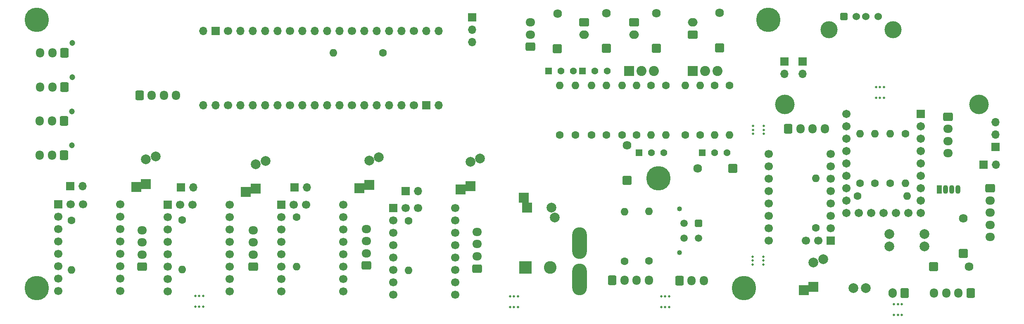
<source format=gbr>
%TF.GenerationSoftware,KiCad,Pcbnew,9.0.0*%
%TF.CreationDate,2025-05-04T19:05:18+10:00*%
%TF.ProjectId,CombinedMBTHB,436f6d62-696e-4656-944d-425448422e6b,rev?*%
%TF.SameCoordinates,Original*%
%TF.FileFunction,Soldermask,Top*%
%TF.FilePolarity,Negative*%
%FSLAX46Y46*%
G04 Gerber Fmt 4.6, Leading zero omitted, Abs format (unit mm)*
G04 Created by KiCad (PCBNEW 9.0.0) date 2025-05-04 19:05:18*
%MOMM*%
%LPD*%
G01*
G04 APERTURE LIST*
G04 Aperture macros list*
%AMRoundRect*
0 Rectangle with rounded corners*
0 $1 Rounding radius*
0 $2 $3 $4 $5 $6 $7 $8 $9 X,Y pos of 4 corners*
0 Add a 4 corners polygon primitive as box body*
4,1,4,$2,$3,$4,$5,$6,$7,$8,$9,$2,$3,0*
0 Add four circle primitives for the rounded corners*
1,1,$1+$1,$2,$3*
1,1,$1+$1,$4,$5*
1,1,$1+$1,$6,$7*
1,1,$1+$1,$8,$9*
0 Add four rect primitives between the rounded corners*
20,1,$1+$1,$2,$3,$4,$5,0*
20,1,$1+$1,$4,$5,$6,$7,0*
20,1,$1+$1,$6,$7,$8,$9,0*
20,1,$1+$1,$8,$9,$2,$3,0*%
G04 Aperture macros list end*
%ADD10C,0.500000*%
%ADD11O,1.700000X1.950000*%
%ADD12RoundRect,0.250000X-0.600000X-0.725000X0.600000X-0.725000X0.600000X0.725000X-0.600000X0.725000X0*%
%ADD13O,1.070000X1.800000*%
%ADD14R,1.070000X1.800000*%
%ADD15O,1.950000X1.700000*%
%ADD16RoundRect,0.250000X-0.725000X0.600000X-0.725000X-0.600000X0.725000X-0.600000X0.725000X0.600000X0*%
%ADD17RoundRect,0.250000X0.600000X0.725000X-0.600000X0.725000X-0.600000X-0.725000X0.600000X-0.725000X0*%
%ADD18O,1.600000X1.600000*%
%ADD19C,1.600000*%
%ADD20C,1.712000*%
%ADD21RoundRect,0.102000X-0.754000X-0.754000X0.754000X-0.754000X0.754000X0.754000X-0.754000X0.754000X0*%
%ADD22C,4.000000*%
%ADD23O,1.700000X2.000000*%
%ADD24RoundRect,0.250000X0.600000X0.750000X-0.600000X0.750000X-0.600000X-0.750000X0.600000X-0.750000X0*%
%ADD25C,2.000000*%
%ADD26O,1.700000X1.700000*%
%ADD27R,1.700000X1.700000*%
%ADD28R,2.000000X2.000000*%
%ADD29C,1.794000*%
%ADD30RoundRect,0.102000X-0.795000X-0.795000X0.795000X-0.795000X0.795000X0.795000X-0.795000X0.795000X0*%
%ADD31C,1.700000*%
%ADD32RoundRect,0.102000X0.795000X-0.795000X0.795000X0.795000X-0.795000X0.795000X-0.795000X-0.795000X0*%
%ADD33RoundRect,0.250000X0.725000X-0.600000X0.725000X0.600000X-0.725000X0.600000X-0.725000X-0.600000X0*%
%ADD34C,5.000000*%
%ADD35O,3.000000X6.500000*%
%ADD36C,1.200000*%
%ADD37RoundRect,0.250000X-0.750000X0.600000X-0.750000X-0.600000X0.750000X-0.600000X0.750000X0.600000X0*%
%ADD38O,2.000000X1.700000*%
%ADD39C,1.020000*%
%ADD40RoundRect,0.250001X-0.499999X0.499999X-0.499999X-0.499999X0.499999X-0.499999X0.499999X0.499999X0*%
%ADD41C,1.500000*%
%ADD42RoundRect,0.102000X0.795000X0.795000X-0.795000X0.795000X-0.795000X-0.795000X0.795000X-0.795000X0*%
%ADD43RoundRect,0.102000X-0.614000X-0.614000X0.614000X-0.614000X0.614000X0.614000X-0.614000X0.614000X0*%
%ADD44C,1.432000*%
%ADD45RoundRect,0.102000X-0.925000X-0.925000X0.925000X-0.925000X0.925000X0.925000X-0.925000X0.925000X0*%
%ADD46C,2.054000*%
%ADD47RoundRect,0.250000X0.750000X-0.600000X0.750000X0.600000X-0.750000X0.600000X-0.750000X-0.600000X0*%
%ADD48R,2.600000X2.600000*%
%ADD49C,2.600000*%
%ADD50RoundRect,0.250000X-0.512000X-0.512000X0.512000X-0.512000X0.512000X0.512000X-0.512000X0.512000X0*%
%ADD51C,1.524000*%
%ADD52C,3.500000*%
G04 APERTURE END LIST*
D10*
%TO.C,mouse-bite-2.54mm-slot*%
X244900000Y-107300000D03*
X244900000Y-105100000D03*
X244100000Y-107300000D03*
X244100000Y-105100000D03*
X243300000Y-107300000D03*
X243300000Y-105100000D03*
%TD*%
%TO.C,mouse-bite-2.54mm-slot*%
X101700000Y-105600000D03*
X101700000Y-103400000D03*
X100900000Y-105600000D03*
X100900000Y-103400000D03*
X100100000Y-105600000D03*
X100100000Y-103400000D03*
%TD*%
%TO.C,mouse-bite-2.54mm-slot*%
X166200000Y-105700000D03*
X166200000Y-103500000D03*
X165400000Y-105700000D03*
X165400000Y-103500000D03*
X164600000Y-105700000D03*
X164600000Y-103500000D03*
%TD*%
%TO.C,mouse-bite-2.54mm-slot*%
X197200000Y-105700000D03*
X197200000Y-103500000D03*
X196400000Y-105700000D03*
X196400000Y-103500000D03*
X195600000Y-105700000D03*
X195600000Y-103500000D03*
%TD*%
%TO.C,mouse-bite-2.54mm-slot*%
X214300000Y-96900000D03*
X216500000Y-96900000D03*
X214300000Y-96100000D03*
X216500000Y-96100000D03*
X214300000Y-95300000D03*
X216500000Y-95300000D03*
%TD*%
%TO.C,mouse-bite-2.54mm-slot*%
X214400000Y-70100000D03*
X216600000Y-70100000D03*
X214400000Y-69300000D03*
X216600000Y-69300000D03*
X214400000Y-68500000D03*
X216600000Y-68500000D03*
%TD*%
%TO.C,mouse-bite-2.54mm-slot*%
X240400000Y-60500000D03*
X240400000Y-62700000D03*
X241200000Y-60500000D03*
X239600000Y-60500000D03*
X239600000Y-62700000D03*
X241200000Y-62700000D03*
%TD*%
D11*
%TO.C,EXM1*%
X229100000Y-69100000D03*
X226600000Y-69100000D03*
X224100000Y-69100000D03*
D12*
X221600000Y-69100000D03*
%TD*%
D13*
%TO.C,D1*%
X256370000Y-81550000D03*
X255100000Y-81550000D03*
X253830000Y-81550000D03*
D14*
X252560000Y-81550000D03*
%TD*%
D15*
%TO.C,J2*%
X254400000Y-74100000D03*
X254400000Y-71600000D03*
X254400000Y-69100000D03*
D16*
X254400000Y-66600000D03*
%TD*%
D11*
%TO.C,J9*%
X251500000Y-102800000D03*
X254000000Y-102800000D03*
X256500000Y-102800000D03*
D17*
X259000000Y-102800000D03*
%TD*%
D18*
%TO.C,R3*%
X245980000Y-82900000D03*
D19*
X235820000Y-82900000D03*
%TD*%
D18*
%TO.C,R1*%
X245600000Y-80280000D03*
D19*
X245600000Y-70120000D03*
%TD*%
D20*
%TO.C,RPZERO1*%
X233500000Y-66040000D03*
X233500000Y-68580000D03*
X233500000Y-71120000D03*
X233500000Y-73660000D03*
X233500000Y-76200000D03*
X233500000Y-78740000D03*
X233500000Y-81280000D03*
X233500000Y-83820000D03*
X233500000Y-86360000D03*
X236040000Y-86360000D03*
X238580000Y-86360000D03*
X241120000Y-86360000D03*
X243660000Y-86360000D03*
X246200000Y-86360000D03*
X248740000Y-86360000D03*
X248740000Y-83820000D03*
X248740000Y-81280000D03*
X248740000Y-78740000D03*
X248740000Y-76200000D03*
X248740000Y-73660000D03*
X248740000Y-71120000D03*
X248740000Y-68580000D03*
D21*
X248740000Y-66040000D03*
%TD*%
D22*
%TO.C,H2*%
X260700000Y-64050000D03*
%TD*%
D18*
%TO.C,R2*%
X242500000Y-70140000D03*
D19*
X242500000Y-80300000D03*
%TD*%
D23*
%TO.C,J1*%
X243000000Y-102800000D03*
D24*
X245500000Y-102800000D03*
%TD*%
D25*
%TO.C,J5*%
X234986107Y-101800000D03*
X237500707Y-101800000D03*
%TD*%
D15*
%TO.C,J8*%
X263000000Y-91300000D03*
X263000000Y-88800000D03*
X263000000Y-86300000D03*
X263000000Y-83800000D03*
D16*
X263000000Y-81300000D03*
%TD*%
D26*
%TO.C,J4*%
X264140000Y-76450000D03*
D27*
X261600000Y-76450000D03*
%TD*%
D18*
%TO.C,R6*%
X227250000Y-79220000D03*
D19*
X227250000Y-89380000D03*
%TD*%
D18*
%TO.C,R4*%
X239400000Y-70140000D03*
D19*
X239400000Y-80300000D03*
%TD*%
D25*
%TO.C,C2*%
X228800000Y-95827856D03*
X226800000Y-96500000D03*
D28*
X226800000Y-101500000D03*
X224800000Y-102172144D03*
%TD*%
D29*
%TO.C,D2*%
X258645500Y-97400000D03*
D30*
X251433500Y-97374600D03*
%TD*%
D25*
%TO.C,J6*%
X249500000Y-90700000D03*
X249500000Y-93214600D03*
%TD*%
D18*
%TO.C,R5*%
X236300000Y-70140000D03*
D19*
X236300000Y-80300000D03*
%TD*%
D25*
%TO.C,J7*%
X242300000Y-93214600D03*
X242300000Y-90700000D03*
%TD*%
D26*
%TO.C,J3*%
X264100000Y-67720000D03*
X264100000Y-70260000D03*
D27*
X264100000Y-72800000D03*
%TD*%
D22*
%TO.C,H1*%
X220950000Y-64050000D03*
%TD*%
D31*
%TO.C,M1*%
X225260707Y-92030000D03*
X227800707Y-92030000D03*
X217640707Y-92030000D03*
X217640707Y-89490000D03*
X217640707Y-86950000D03*
X217640707Y-84410000D03*
X217640707Y-81870000D03*
X217640707Y-79330000D03*
X217640707Y-76790000D03*
X217640707Y-74250000D03*
X230340707Y-74250000D03*
X230340707Y-76790000D03*
X230340707Y-79330000D03*
X230340707Y-81870000D03*
X230340707Y-84410000D03*
X230340707Y-86950000D03*
X230340707Y-89490000D03*
D27*
X230340707Y-92030000D03*
%TD*%
D29*
%TO.C,D3*%
X257525400Y-87468000D03*
D32*
X257500000Y-94680000D03*
%TD*%
D33*
%TO.C,J7*%
X168800000Y-52250000D03*
D15*
X168800000Y-49750000D03*
X168800000Y-47250000D03*
%TD*%
D33*
%TO.C,MotorConnector1*%
X157800000Y-97750000D03*
D15*
X157800000Y-95250000D03*
X157800000Y-92750000D03*
X157800000Y-90250000D03*
%TD*%
D32*
%TO.C,D5*%
X188550000Y-79680000D03*
D29*
X188575400Y-72468000D03*
%TD*%
D19*
%TO.C,R15*%
X97360000Y-87830000D03*
D18*
X97360000Y-97990000D03*
%TD*%
D27*
%TO.C,J16*%
X143195000Y-81910000D03*
D26*
X145735000Y-81910000D03*
%TD*%
D34*
%TO.C,H4*%
X217550000Y-46750000D03*
%TD*%
D32*
%TO.C,D4*%
X207550000Y-52500000D03*
D29*
X207575400Y-45288000D03*
%TD*%
D35*
%TO.C,F1*%
X178799999Y-92500000D03*
X178800000Y-100000000D03*
%TD*%
D19*
%TO.C,R17*%
X206550000Y-60170000D03*
D18*
X206550000Y-70330000D03*
%TD*%
D36*
%TO.C,J25*%
X74900000Y-58500000D03*
D17*
X73300000Y-60500000D03*
D11*
X70800000Y-60500000D03*
X68300000Y-60500000D03*
%TD*%
D19*
%TO.C,R19*%
X203550000Y-70330000D03*
D18*
X203550000Y-60170000D03*
%TD*%
D27*
%TO.C,J24*%
X97170000Y-81140000D03*
D26*
X99710000Y-81140000D03*
%TD*%
D37*
%TO.C,J6*%
X190050000Y-47250000D03*
D38*
X190050000Y-49750000D03*
%TD*%
D19*
%TO.C,R22*%
X190510000Y-70330000D03*
D18*
X190510000Y-60170000D03*
%TD*%
D19*
%TO.C,R24*%
X178000000Y-70330000D03*
D18*
X178000000Y-60170000D03*
%TD*%
D39*
%TO.C,J5*%
X199300000Y-85500000D03*
X199300000Y-94500000D03*
D40*
X203240000Y-88500000D03*
D41*
X203240000Y-91500000D03*
X200240000Y-88500000D03*
X200240000Y-91500000D03*
%TD*%
D42*
%TO.C,D3*%
X210230000Y-77250000D03*
D29*
X203018000Y-77224600D03*
%TD*%
D19*
%TO.C,R16*%
X209550000Y-60170000D03*
D18*
X209550000Y-70330000D03*
%TD*%
D32*
%TO.C,D1*%
X184300000Y-52616500D03*
D29*
X184325400Y-45404500D03*
%TD*%
D27*
%TO.C,M4*%
X94460000Y-84650000D03*
D31*
X94460000Y-87190000D03*
X94460000Y-89730000D03*
X94460000Y-92270000D03*
X94460000Y-94810000D03*
X94460000Y-97350000D03*
X94460000Y-99890000D03*
X94460000Y-102430000D03*
X107160000Y-102430000D03*
X107160000Y-99890000D03*
X107160000Y-97350000D03*
X107160000Y-94810000D03*
X107160000Y-92270000D03*
X107160000Y-89730000D03*
X107160000Y-87190000D03*
X107160000Y-84650000D03*
X97000000Y-84650000D03*
X99540000Y-84650000D03*
%TD*%
D27*
%TO.C,M1*%
X140620000Y-85300000D03*
D31*
X140620000Y-87840000D03*
X140620000Y-90380000D03*
X140620000Y-92920000D03*
X140620000Y-95460000D03*
X140620000Y-98000000D03*
X140620000Y-100540000D03*
X140620000Y-103080000D03*
X153320000Y-103080000D03*
X153320000Y-100540000D03*
X153320000Y-98000000D03*
X153320000Y-95460000D03*
X153320000Y-92920000D03*
X153320000Y-90380000D03*
X153320000Y-87840000D03*
X153320000Y-85300000D03*
X143160000Y-85300000D03*
X145700000Y-85300000D03*
%TD*%
D19*
%TO.C,R14*%
X120800000Y-87170000D03*
D18*
X120800000Y-97330000D03*
%TD*%
D19*
%TO.C,R13*%
X74660000Y-87910000D03*
D18*
X74660000Y-98070000D03*
%TD*%
D19*
%TO.C,R9*%
X138514000Y-53490000D03*
D18*
X128354000Y-53490000D03*
%TD*%
D28*
%TO.C,C3*%
X87960000Y-81062144D03*
X89960000Y-80390000D03*
D25*
X89960000Y-75390000D03*
X91960000Y-74717856D03*
%TD*%
D34*
%TO.C,H3*%
X67550000Y-101750000D03*
%TD*%
D43*
%TO.C,Q10*%
X179472500Y-57260000D03*
D44*
X182012500Y-57260000D03*
X184552500Y-57260000D03*
%TD*%
D43*
%TO.C,Q5*%
X204010000Y-74000000D03*
D44*
X206550000Y-74000000D03*
X209090000Y-74000000D03*
%TD*%
D27*
%TO.C,J15*%
X220800000Y-55250000D03*
D26*
X220800000Y-57790000D03*
%TD*%
D27*
%TO.C,M3*%
X117710000Y-84650000D03*
D31*
X117710000Y-87190000D03*
X117710000Y-89730000D03*
X117710000Y-92270000D03*
X117710000Y-94810000D03*
X117710000Y-97350000D03*
X117710000Y-99890000D03*
X117710000Y-102430000D03*
X130410000Y-102430000D03*
X130410000Y-99890000D03*
X130410000Y-97350000D03*
X130410000Y-94810000D03*
X130410000Y-92270000D03*
X130410000Y-89730000D03*
X130410000Y-87190000D03*
X130410000Y-84650000D03*
X120250000Y-84650000D03*
X122790000Y-84650000D03*
%TD*%
D43*
%TO.C,Q7*%
X191010000Y-74000000D03*
D44*
X193550000Y-74000000D03*
X196090000Y-74000000D03*
%TD*%
D19*
%TO.C,R10*%
X193050000Y-96170000D03*
D18*
X193050000Y-86010000D03*
%TD*%
D27*
%TO.C,J3*%
X156800000Y-46210000D03*
D26*
X156800000Y-48750000D03*
X156800000Y-51290000D03*
%TD*%
D12*
%TO.C,J2*%
X199300000Y-100250000D03*
D11*
X201800000Y-100250000D03*
X204300000Y-100250000D03*
%TD*%
D12*
%TO.C,J8*%
X88650000Y-62250000D03*
D11*
X91150000Y-62250000D03*
X93650000Y-62250000D03*
X96150000Y-62250000D03*
%TD*%
D19*
%TO.C,R21*%
X193510000Y-60170000D03*
D18*
X193510000Y-70330000D03*
%TD*%
D36*
%TO.C,J17*%
X74800000Y-72500000D03*
D17*
X73200000Y-74500000D03*
D11*
X70700000Y-74500000D03*
X68200000Y-74500000D03*
%TD*%
D27*
%TO.C,M2*%
X71960000Y-84610000D03*
D31*
X71960000Y-87150000D03*
X71960000Y-89690000D03*
X71960000Y-92230000D03*
X71960000Y-94770000D03*
X71960000Y-97310000D03*
X71960000Y-99850000D03*
X71960000Y-102390000D03*
X84660000Y-102390000D03*
X84660000Y-99850000D03*
X84660000Y-97310000D03*
X84660000Y-94770000D03*
X84660000Y-92230000D03*
X84660000Y-89690000D03*
X84660000Y-87150000D03*
X84660000Y-84610000D03*
X74500000Y-84610000D03*
X77040000Y-84610000D03*
%TD*%
D26*
%TO.C,U1*%
X149994000Y-49000000D03*
X147454000Y-49000000D03*
D31*
X144914000Y-49000000D03*
D26*
X142374000Y-49000000D03*
X139834000Y-49000000D03*
X137294000Y-49000000D03*
X134754000Y-49000000D03*
D31*
X132214000Y-49000000D03*
D26*
X129674000Y-49000000D03*
X127134000Y-49000000D03*
X124594000Y-49000000D03*
X122054000Y-49000000D03*
D31*
X119514000Y-49000000D03*
D26*
X116974000Y-49000000D03*
X114434000Y-49000000D03*
X111894000Y-49000000D03*
X109354000Y-49000000D03*
D31*
X106814000Y-49000000D03*
D27*
X104274000Y-49000000D03*
D26*
X101734000Y-49000000D03*
X101734000Y-64240000D03*
X104274000Y-64240000D03*
D31*
X106814000Y-64240000D03*
D26*
X109354000Y-64240000D03*
X111894000Y-64240000D03*
X114434000Y-64240000D03*
X116974000Y-64240000D03*
D31*
X119514000Y-64240000D03*
D26*
X122054000Y-64240000D03*
X124594000Y-64240000D03*
X127134000Y-64240000D03*
X129674000Y-64240000D03*
D31*
X132214000Y-64240000D03*
D26*
X134754000Y-64240000D03*
X137294000Y-64240000D03*
X139834000Y-64240000D03*
X142374000Y-64240000D03*
D31*
X144914000Y-64240000D03*
D27*
X147454000Y-64240000D03*
D26*
X149994000Y-64240000D03*
%TD*%
D19*
%TO.C,R23*%
X187550000Y-70330000D03*
D18*
X187550000Y-60170000D03*
%TD*%
D43*
%TO.C,Q9*%
X172472500Y-57260000D03*
D44*
X175012500Y-57260000D03*
X177552500Y-57260000D03*
%TD*%
D33*
%TO.C,J20*%
X89210000Y-97390000D03*
D15*
X89210000Y-94890000D03*
X89210000Y-92390000D03*
X89210000Y-89890000D03*
%TD*%
D32*
%TO.C,D6*%
X194550000Y-52616500D03*
D29*
X194575400Y-45404500D03*
%TD*%
D34*
%TO.C,H2*%
X195050000Y-79250000D03*
%TD*%
D27*
%TO.C,J14*%
X224550000Y-55250000D03*
D26*
X224550000Y-57790000D03*
%TD*%
D28*
%TO.C,C4*%
X154460000Y-81544821D03*
X156460000Y-80872677D03*
D25*
X156460000Y-75872677D03*
X158460000Y-75200533D03*
%TD*%
D19*
%TO.C,R18*%
X200550000Y-70330000D03*
D18*
X200550000Y-60170000D03*
%TD*%
D32*
%TO.C,D2*%
X174300000Y-52680000D03*
D29*
X174325400Y-45468000D03*
%TD*%
D19*
%TO.C,R20*%
X196510000Y-60170000D03*
D18*
X196510000Y-70330000D03*
%TD*%
D19*
%TO.C,R26*%
X184300000Y-70330000D03*
D18*
X184300000Y-60170000D03*
%TD*%
D27*
%TO.C,J21*%
X120420000Y-81140000D03*
D26*
X122960000Y-81140000D03*
%TD*%
D37*
%TO.C,J4*%
X179800000Y-47250000D03*
D38*
X179800000Y-49750000D03*
%TD*%
D36*
%TO.C,J19*%
X74800000Y-65500000D03*
D17*
X73200000Y-67500000D03*
D11*
X70700000Y-67500000D03*
X68200000Y-67500000D03*
%TD*%
D33*
%TO.C,J26*%
X111960000Y-97390000D03*
D15*
X111960000Y-94890000D03*
X111960000Y-92390000D03*
X111960000Y-89890000D03*
%TD*%
D45*
%TO.C,Q6*%
X202050000Y-57250000D03*
D46*
X204590000Y-57250000D03*
X207130000Y-57250000D03*
%TD*%
D28*
%TO.C,C1*%
X110460000Y-82044821D03*
X112460000Y-81372677D03*
D25*
X112460000Y-76372677D03*
X114460000Y-75700533D03*
%TD*%
D12*
%TO.C,J11*%
X185550000Y-100170000D03*
D11*
X188050000Y-100170000D03*
X190550000Y-100170000D03*
X193050000Y-100170000D03*
%TD*%
D27*
%TO.C,J18*%
X74420000Y-80890000D03*
D26*
X76960000Y-80890000D03*
%TD*%
D45*
%TO.C,Q8*%
X188970000Y-57250000D03*
D46*
X191510000Y-57250000D03*
X194050000Y-57250000D03*
%TD*%
D19*
%TO.C,R12*%
X143800000Y-88000000D03*
D18*
X143800000Y-98160000D03*
%TD*%
D33*
%TO.C,J23*%
X135120000Y-97140000D03*
D15*
X135120000Y-94640000D03*
X135120000Y-92140000D03*
X135120000Y-89640000D03*
%TD*%
D28*
%TO.C,C5*%
X167395179Y-83250000D03*
X168067323Y-85250000D03*
D25*
X173067323Y-85250000D03*
X173739467Y-87250000D03*
%TD*%
D19*
%TO.C,R27*%
X181300000Y-70330000D03*
D18*
X181300000Y-60170000D03*
%TD*%
D47*
%TO.C,J9*%
X202050000Y-49750000D03*
D38*
X202050000Y-47250000D03*
%TD*%
D36*
%TO.C,J22*%
X74900000Y-51500000D03*
D17*
X73300000Y-53500000D03*
D11*
X70800000Y-53500000D03*
X68300000Y-53500000D03*
%TD*%
D28*
%TO.C,C2*%
X133710000Y-81312144D03*
X135710000Y-80640000D03*
D25*
X135710000Y-75640000D03*
X137710000Y-74967856D03*
%TD*%
D19*
%TO.C,R11*%
X188050000Y-96250000D03*
D18*
X188050000Y-86090000D03*
%TD*%
D19*
%TO.C,R25*%
X174800000Y-70330000D03*
D18*
X174800000Y-60170000D03*
%TD*%
D48*
%TO.C,J10*%
X167755000Y-97571000D03*
D49*
X172835000Y-97571000D03*
%TD*%
D34*
%TO.C,H1*%
X67550000Y-46750000D03*
%TD*%
%TO.C,H5*%
X212550000Y-101750000D03*
%TD*%
D50*
%TO.C,J13*%
X233050000Y-46040000D03*
D51*
X235550000Y-46040000D03*
X237550000Y-46040000D03*
X240050000Y-46040000D03*
D52*
X229980000Y-48750000D03*
X243120000Y-48750000D03*
%TD*%
M02*

</source>
